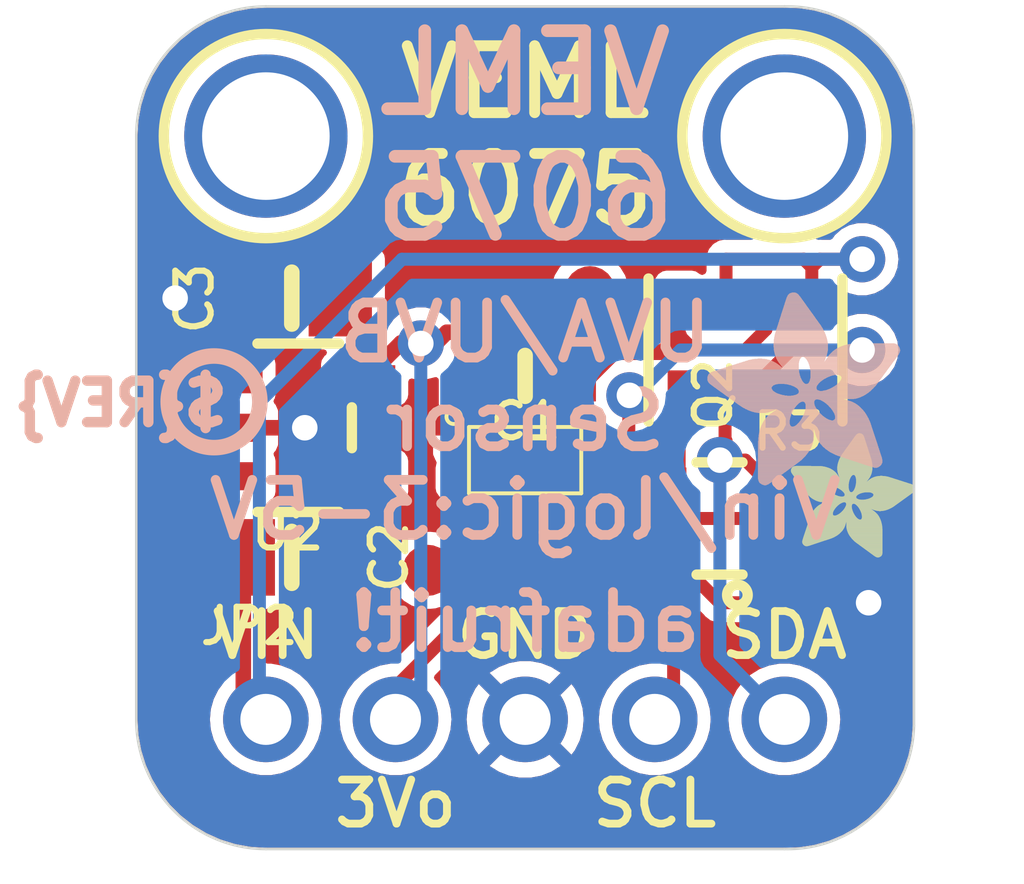
<source format=kicad_pcb>
(kicad_pcb (version 20221018) (generator pcbnew)
  (layers (0 "F.Cu" signal) (31 "B.Cu" signal) (34 "B.Paste" user) (35 "F.Paste" user) (36 "B.SilkS" user "B.Silkscreen") (37 "F.SilkS" user "F.Silkscreen") (38 "B.Mask" user) (39 "F.Mask" user) (44 "Edge.Cuts" user))
  (net 0 "")
  (net 1 "GND")
  (net 2 "SDA")
  (net 3 "SCL")
  (net 4 "VIN")
  (net 5 "SCL_3V")
  (net 6 "SDA_3V")
  (net 7 "3.3V")
  (footprint "working:SOT23-5" (layer "F.Cu") (at 144.0561 105.0036 -90)
    (fp_text reference "U2" (at 2.032 -0.562) (layer "F.SilkS") (effects (font (size 0.692831 0.692831) (thickness 0.119969)) (justify right)))
    (fp_text value "MIC5225-3.3")
    (pad "1" smd rect (at -0.95 1.3001 270) (size 0.55 1.2) (layers "F.Cu" "F.Paste" "F.Mask") (net 4 "VIN"))
    (pad "2" smd rect (at 0 1.3001 270) (size 0.55 1.2) (layers "F.Cu" "F.Paste" "F.Mask") (net 1 "GND"))
    (pad "3" smd rect (at 0.95 1.3001 270) (size 0.55 1.2) (layers "F.Cu" "F.Paste" "F.Mask") (net 4 "VIN"))
    (pad "4" smd rect (at 0.95 -1.3001 270) (size 0.55 1.2) (layers "F.Cu" "F.Paste" "F.Mask"))
    (pad "5" smd rect (at -0.95 -1.3001 270) (size 0.55 1.2) (layers "F.Cu" "F.Paste" "F.Mask") (net 7 "3.3V"))
  )
  (footprint "working:MOUNTINGHOLE_2.5_PLATED" (layer "F.Cu") (at 153.5811 99.2886)
    (fp_text reference "U$4" hide)
    (fp_text value "MOUNTINGHOLE2.5" hide)
    (pad "P$1" thru_hole circle (at 0 0) (size 3.2 3.2) (drill 2.5) (layers "*.Cu" "*.Mask"))
    (zone (net 0) (net_name "") (layer "F.Cu") (connect_pads (clearance 0)) (min_thickness 0.25)
      (keepout (tracks not_allowed) (vias not_allowed) (pads not_allowed) (copperpour not_allowed) (footprints allowed))
      (fill (thermal_gap 0.5) (thermal_bridge_width 0.5))
      (polygon (pts (xy 155.5971 99.2886) (xy 155.57748 99.008027) (xy 155.519004 98.732915) (xy 155.422808 98.468619) (xy 155.290765 98.220283) (xy 155.125446 97.99274) (xy 154.930067 97.79042) (xy 154.708433 97.61726) (xy 154.464856 97.476631) (xy 154.204078 97.37127) (xy 153.931175 97.303228) (xy 153.651457 97.273828) (xy 153.370371 97.283644) (xy 153.093385 97.332484) (xy 152.825893 97.419397) (xy 152.5731 97.542693) (xy 152.339926 97.69997) (xy 152.130911 97.888169) (xy 151.950122 98.103625) (xy 151.801078 98.342145) (xy 151.68668 98.599087) (xy 151.609154 98.86945) (xy 151.570011 99.147971) (xy 151.570011 99.429229) (xy 151.609154 99.70775) (xy 151.68668 99.978113) (xy 151.801078 100.235055) (xy 151.950122 100.473575) (xy 152.130911 100.689031) (xy 152.339926 100.87723) (xy 152.5731 101.034507) (xy 152.825893 101.157803) (xy 153.093385 101.244716) (xy 153.370371 101.293556) (xy 153.651457 101.303372) (xy 153.931175 101.273972) (xy 154.204078 101.20593) (xy 154.464856 101.100569) (xy 154.708433 100.95994) (xy 154.930067 100.78678) (xy 155.125446 100.58446) (xy 155.290765 100.356917) (xy 155.422808 100.108581) (xy 155.519004 99.844285) (xy 155.57748 99.569173)))
      (polygon (pts (xy 153.5651 99.2886) (xy 153.569786 99.299914) (xy 153.5811 99.3046) (xy 153.592414 99.299914) (xy 153.5971 99.2886) (xy 153.592414 99.277286) (xy 153.5811 99.2726) (xy 153.569786 99.277286)))
    )
    (zone (net 0) (net_name "") (layer "B.Cu") (connect_pads (clearance 0)) (min_thickness 0.25)
      (keepout (tracks not_allowed) (vias not_allowed) (pads not_allowed) (copperpour not_allowed) (footprints allowed))
      (fill (thermal_gap 0.5) (thermal_bridge_width 0.5))
      (polygon (pts (xy 155.5971 99.2886) (xy 155.57748 99.008027) (xy 155.519004 98.732915) (xy 155.422808 98.468619) (xy 155.290765 98.220283) (xy 155.125446 97.99274) (xy 154.930067 97.79042) (xy 154.708433 97.61726) (xy 154.464856 97.476631) (xy 154.204078 97.37127) (xy 153.931175 97.303228) (xy 153.651457 97.273828) (xy 153.370371 97.283644) (xy 153.093385 97.332484) (xy 152.825893 97.419397) (xy 152.5731 97.542693) (xy 152.339926 97.69997) (xy 152.130911 97.888169) (xy 151.950122 98.103625) (xy 151.801078 98.342145) (xy 151.68668 98.599087) (xy 151.609154 98.86945) (xy 151.570011 99.147971) (xy 151.570011 99.429229) (xy 151.609154 99.70775) (xy 151.68668 99.978113) (xy 151.801078 100.235055) (xy 151.950122 100.473575) (xy 152.130911 100.689031) (xy 152.339926 100.87723) (xy 152.5731 101.034507) (xy 152.825893 101.157803) (xy 153.093385 101.244716) (xy 153.370371 101.293556) (xy 153.651457 101.303372) (xy 153.931175 101.273972) (xy 154.204078 101.20593) (xy 154.464856 101.100569) (xy 154.708433 100.95994) (xy 154.930067 100.78678) (xy 155.125446 100.58446) (xy 155.290765 100.356917) (xy 155.422808 100.108581) (xy 155.519004 99.844285) (xy 155.57748 99.569173)))
      (polygon (pts (xy 153.5651 99.2886) (xy 153.569786 99.299914) (xy 153.5811 99.3046) (xy 153.592414 99.299914) (xy 153.5971 99.2886) (xy 153.592414 99.277286) (xy 153.5811 99.2726) (xy 153.569786 99.277286)))
    )
  )
  (footprint "working:FIDUCIAL_1MM" (layer "F.Cu") (at 146.5961 107.7976)
    (fp_text reference "FID2" hide)
    (fp_text value "FIDUCIAL_1MM" hide)
    (pad "1" smd roundrect (at 0 0) (size 1 1) (layers "F.Cu" "F.Mask") (roundrect_rratio 0.5))
  )
  (footprint "working:VEML6075" (layer "F.Cu") (at 148.5011 105.6386)
    (fp_text reference "U$12" hide)
    (fp_text value "VEML6075" hide)
    (pad "1" smd rect (at -1 -0.35) (size 1 0.35) (layers "F.Cu" "F.Paste" "F.Mask") (net 1 "GND"))
    (pad "2" smd rect (at -1 0.35) (size 1 0.35) (layers "F.Cu" "F.Paste" "F.Mask") (net 6 "SDA_3V"))
    (pad "3" smd rect (at 1 0.35) (size 1 0.35) (layers "F.Cu" "F.Paste" "F.Mask") (net 5 "SCL_3V"))
    (pad "4" smd rect (at 1 -0.35) (size 1 0.35) (layers "F.Cu" "F.Paste" "F.Mask") (net 7 "3.3V"))
  )
  (footprint "working:0805-NO" (layer "F.Cu") (at 143.9291 107.5436)
    (fp_text reference "C2" (at 1.905 -0.762 90) (layer "F.SilkS") (effects (font (size 0.692831 0.692831) (thickness 0.119969)) (justify right)))
    (fp_text value "10uF")
    (pad "1" smd rect (at -0.95 0) (size 1.24 1.5) (layers "F.Cu" "F.Paste" "F.Mask") (net 4 "VIN"))
    (pad "2" smd rect (at 0.95 0) (size 1.24 1.5) (layers "F.Cu" "F.Paste" "F.Mask") (net 1 "GND"))
  )
  (footprint "working:SOT363" (layer "F.Cu") (at 152.3111 106.7816 90)
    (fp_text reference "Q2" (at 1.651 -0.127 90) (layer "F.SilkS") (effects (font (size 0.692831 0.692831) (thickness 0.119969)) (justify left)))
    (fp_text value "2N7002D")
    (pad "1" smd rect (at -0.75 0.9 90) (size 0.5 0.5) (layers "F.Cu" "F.Paste" "F.Mask") (net 5 "SCL_3V"))
    (pad "2" smd rect (at 0 0.9 90) (size 0.4 0.5) (layers "F.Cu" "F.Paste" "F.Mask") (net 7 "3.3V"))
    (pad "3" smd rect (at 0.75 0.9 90) (size 0.5 0.5) (layers "F.Cu" "F.Paste" "F.Mask") (net 2 "SDA"))
    (pad "4" smd rect (at 0.75 -0.9 90) (size 0.5 0.5) (layers "F.Cu" "F.Paste" "F.Mask") (net 6 "SDA_3V"))
    (pad "5" smd rect (at 0 -0.9 90) (size 0.4 0.5) (layers "F.Cu" "F.Paste" "F.Mask") (net 7 "3.3V"))
    (pad "6" smd rect (at -0.75 -0.9 90) (size 0.5 0.5) (layers "F.Cu" "F.Paste" "F.Mask") (net 3 "SCL"))
  )
  (footprint "working:MOUNTINGHOLE_2.5_PLATED" (layer "F.Cu") (at 143.4211 99.2886)
    (fp_text reference "U$3" hide)
    (fp_text value "MOUNTINGHOLE2.5" hide)
    (pad "P$1" thru_hole circle (at 0 0) (size 3.2 3.2) (drill 2.5) (layers "*.Cu" "*.Mask"))
    (zone (net 0) (net_name "") (layer "F.Cu") (connect_pads (clearance 0)) (min_thickness 0.25)
      (keepout (tracks not_allowed) (vias not_allowed) (pads not_allowed) (copperpour not_allowed) (footprints allowed))
      (fill (thermal_gap 0.5) (thermal_bridge_width 0.5))
      (polygon (pts (xy 145.4371 99.2886) (xy 145.41748 99.008027) (xy 145.359004 98.732915) (xy 145.262808 98.468619) (xy 145.130765 98.220283) (xy 144.965446 97.99274) (xy 144.770067 97.79042) (xy 144.548433 97.61726) (xy 144.304856 97.476631) (xy 144.044078 97.37127) (xy 143.771175 97.303228) (xy 143.491457 97.273828) (xy 143.210371 97.283644) (xy 142.933385 97.332484) (xy 142.665893 97.419397) (xy 142.4131 97.542693) (xy 142.179926 97.69997) (xy 141.970911 97.888169) (xy 141.790122 98.103625) (xy 141.641078 98.342145) (xy 141.52668 98.599087) (xy 141.449154 98.86945) (xy 141.410011 99.147971) (xy 141.410011 99.429229) (xy 141.449154 99.70775) (xy 141.52668 99.978113) (xy 141.641078 100.235055) (xy 141.790122 100.473575) (xy 141.970911 100.689031) (xy 142.179926 100.87723) (xy 142.4131 101.034507) (xy 142.665893 101.157803) (xy 142.933385 101.244716) (xy 143.210371 101.293556) (xy 143.491457 101.303372) (xy 143.771175 101.273972) (xy 144.044078 101.20593) (xy 144.304856 101.100569) (xy 144.548433 100.95994) (xy 144.770067 100.78678) (xy 144.965446 100.58446) (xy 145.130765 100.356917) (xy 145.262808 100.108581) (xy 145.359004 99.844285) (xy 145.41748 99.569173)))
      (polygon (pts (xy 143.4051 99.2886) (xy 143.409786 99.299914) (xy 143.4211 99.3046) (xy 143.432414 99.299914) (xy 143.4371 99.2886) (xy 143.432414 99.277286) (xy 143.4211 99.2726) (xy 143.409786 99.277286)))
    )
    (zone (net 0) (net_name "") (layer "B.Cu") (connect_pads (clearance 0)) (min_thickness 0.25)
      (keepout (tracks not_allowed) (vias not_allowed) (pads not_allowed) (copperpour not_allowed) (footprints allowed))
      (fill (thermal_gap 0.5) (thermal_bridge_width 0.5))
      (polygon (pts (xy 145.4371 99.2886) (xy 145.41748 99.008027) (xy 145.359004 98.732915) (xy 145.262808 98.468619) (xy 145.130765 98.220283) (xy 144.965446 97.99274) (xy 144.770067 97.79042) (xy 144.548433 97.61726) (xy 144.304856 97.476631) (xy 144.044078 97.37127) (xy 143.771175 97.303228) (xy 143.491457 97.273828) (xy 143.210371 97.283644) (xy 142.933385 97.332484) (xy 142.665893 97.419397) (xy 142.4131 97.542693) (xy 142.179926 97.69997) (xy 141.970911 97.888169) (xy 141.790122 98.103625) (xy 141.641078 98.342145) (xy 141.52668 98.599087) (xy 141.449154 98.86945) (xy 141.410011 99.147971) (xy 141.410011 99.429229) (xy 141.449154 99.70775) (xy 141.52668 99.978113) (xy 141.641078 100.235055) (xy 141.790122 100.473575) (xy 141.970911 100.689031) (xy 142.179926 100.87723) (xy 142.4131 101.034507) (xy 142.665893 101.157803) (xy 142.933385 101.244716) (xy 143.210371 101.293556) (xy 143.491457 101.303372) (xy 143.771175 101.273972) (xy 144.044078 101.20593) (xy 144.304856 101.100569) (xy 144.548433 100.95994) (xy 144.770067 100.78678) (xy 144.965446 100.58446) (xy 145.130765 100.356917) (xy 145.262808 100.108581) (xy 145.359004 99.844285) (xy 145.41748 99.569173)))
      (polygon (pts (xy 143.4051 99.2886) (xy 143.409786 99.299914) (xy 143.4211 99.3046) (xy 143.432414 99.299914) (xy 143.4371 99.2886) (xy 143.432414 99.277286) (xy 143.4211 99.2726) (xy 143.409786 99.277286)))
    )
  )
  (footprint "working:1X05_ROUND" (layer "F.Cu") (at 148.5011 110.7186)
    (fp_text reference "JP2" (at -6.4262 -1.8288) (layer "F.SilkS") (effects (font (size 0.692831 0.692831) (thickness 0.119969)) (justify left)))
    (fp_text value "")
    (pad "1" thru_hole circle (at -5.08 0 90) (size 1.6764 1.6764) (drill 1) (layers "*.Cu" "*.Mask") (net 4 "VIN"))
    (pad "2" thru_hole circle (at -2.54 0 90) (size 1.6764 1.6764) (drill 1) (layers "*.Cu" "*.Mask") (net 7 "3.3V"))
    (pad "3" thru_hole circle (at 0 0 90) (size 1.6764 1.6764) (drill 1) (layers "*.Cu" "*.Mask") (net 1 "GND"))
    (pad "4" thru_hole circle (at 2.54 0 90) (size 1.6764 1.6764) (drill 1) (layers "*.Cu" "*.Mask") (net 3 "SCL"))
    (pad "5" thru_hole circle (at 5.08 0 90) (size 1.6764 1.6764) (drill 1) (layers "*.Cu" "*.Mask") (net 2 "SDA"))
  )
  (footprint "working:0805-NO" (layer "F.Cu") (at 143.9291 102.4636 180)
    (fp_text reference "C3" (at 1.905 -0.762 90) (layer "F.SilkS") (effects (font (size 0.692831 0.692831) (thickness 0.119969)) (justify left)))
    (fp_text value "10uF")
    (pad "1" smd rect (at -0.95 0 180) (size 1.24 1.5) (layers "F.Cu" "F.Paste" "F.Mask") (net 7 "3.3V"))
    (pad "2" smd rect (at 0.95 0 180) (size 1.24 1.5) (layers "F.Cu" "F.Paste" "F.Mask") (net 1 "GND"))
  )
  (footprint "working:FIDUCIAL_1MM" (layer "F.Cu") (at 149.7711 102.3366)
    (fp_text reference "FID1" hide)
    (fp_text value "FIDUCIAL_1MM" hide)
    (pad "1" smd roundrect (at 0 0) (size 1 1) (layers "F.Cu" "F.Mask") (roundrect_rratio 0.5))
  )
  (footprint "working:RESPACK_4X0603" (layer "F.Cu") (at 152.8191 103.4796 180)
    (fp_text reference "R3" (at -1.6 -1.6) (layer "F.SilkS") (effects (font (size 0.692831 0.692831) (thickness 0.119969)) (justify right)))
    (fp_text value "10K")
    (pad "1" smd rect (at -1.3 0.85 180) (size 0.45 0.9) (layers "F.Cu" "F.Paste" "F.Mask") (net 4 "VIN"))
    (pad "2" smd rect (at -0.4 0.85 180) (size 0.45 0.9) (layers "F.Cu" "F.Paste" "F.Mask") (net 7 "3.3V"))
    (pad "3" smd rect (at 0.4 0.85 180) (size 0.45 0.9) (layers "F.Cu" "F.Paste" "F.Mask") (net 4 "VIN"))
    (pad "4" smd rect (at 1.3 0.85 180) (size 0.45 0.9) (layers "F.Cu" "F.Paste" "F.Mask") (net 7 "3.3V"))
    (pad "5" smd rect (at 1.3 -0.85 180) (size 0.45 0.9) (layers "F.Cu" "F.Paste" "F.Mask") (net 6 "SDA_3V"))
    (pad "6" smd rect (at 0.4 -0.85 180) (size 0.45 0.9) (layers "F.Cu" "F.Paste" "F.Mask") (net 2 "SDA"))
    (pad "7" smd rect (at -0.4 -0.85 180) (size 0.45 0.9) (layers "F.Cu" "F.Paste" "F.Mask") (net 5 "SCL_3V"))
    (pad "8" smd rect (at -1.3 -0.85 180) (size 0.45 0.9) (layers "F.Cu" "F.Paste" "F.Mask") (net 3 "SCL"))
  )
  (footprint "working:ADAFRUIT_2.5MM" (layer "F.Cu") (at 153.7081 107.5436)
    (fp_text reference "U$8" hide)
    (fp_text value "" hide)
  )
  (footprint "working:0603-NO" (layer "F.Cu") (at 148.5011 103.9876 180)
    (fp_text reference "C1" (at -0.762 -0.889) (layer "F.SilkS") (effects (font (size 0.692831 0.692831) (thickness 0.119969)) (justify right)))
    (fp_text value "0.1uF")
    (pad "1" smd rect (at -0.85 0 180) (size 1.075 1) (layers "F.Cu" "F.Paste" "F.Mask") (net 7 "3.3V"))
    (pad "2" smd rect (at 0.85 0 180) (size 1.075 1) (layers "F.Cu" "F.Paste" "F.Mask") (net 1 "GND"))
  )
  (footprint "working:ADAFRUIT_3.5MM" (layer "B.Cu") (at 155.8671 106.1466 180)
    (fp_text reference "U$1" hide)
    (fp_text value "" hide)
  )
  (footprint "working:PCBFEAT-REV-040" (layer "B.Cu") (at 142.4051 104.4956 180)
    (fp_text reference "U$27" hide)
    (fp_text value "" hide)
    (fp_text user "${REV}" (at -0.3556 -0.508) (layer "B.SilkS") (effects (font (size 0.8128 0.8128) (thickness 0.2032)) (justify left bottom mirror)))
  )
  (gr_arc (start 143.4211 113.2586) (mid 141.625049 112.514651) (end 140.8811 110.7186) (stroke (width 0.05)) (layer "Edge.Cuts"))
  (gr_arc (start 153.5811 96.7486) (mid 155.350849 97.429049) (end 156.1211 99.1616) (stroke (width 0.05)) (layer "Edge.Cuts"))
  (gr_line (start 153.5811 113.2586) (end 143.4211 113.2586) (stroke (width 0.05)) (layer "Edge.Cuts"))
  (gr_line (start 143.4211 96.7486) (end 153.5811 96.7486) (stroke (width 0.05)) (layer "Edge.Cuts"))
  (gr_line (start 156.1211 99.1616) (end 156.1211 110.8456) (stroke (width 0.05)) (layer "Edge.Cuts"))
  (gr_arc (start 140.8811 99.2886) (mid 141.625049 97.492549) (end 143.4211 96.7486) (stroke (width 0.05)) (layer "Edge.Cuts"))
  (gr_arc (start 156.1211 110.8456) (mid 155.350849 112.578151) (end 153.5811 113.2586) (stroke (width 0.05)) (layer "Edge.Cuts"))
  (gr_line (start 140.8811 110.7186) (end 140.8811 99.2886) (stroke (width 0.05)) (layer "Edge.Cuts"))
  (gr_text "UVA/UVB\nSensor\nVin/logic:3-5V" (at 148.5011 104.8766) (layer "B.SilkS") (effects (font (size 1.0795 1.0795) (thickness 0.1905)) (justify mirror)))
  (gr_text "VEML\n6075" (at 148.5011 99.2886) (layer "B.SilkS") (effects (font (size 1.52908 1.52908) (thickness 0.24892)) (justify mirror)))
  (gr_text "adafruit!" (at 148.5011 108.8136) (layer "B.SilkS") (effects (font (size 1.0795 1.0795) (thickness 0.1905)) (justify mirror)))
  (gr_text "VEML\n6075" (at 148.5011 99.2886) (layer "F.SilkS") (effects (font (size 1.31064 1.31064) (thickness 0.21336))))
  (gr_text "GND" (at 148.5011 109.0676) (layer "F.SilkS") (effects (font (size 0.8636 0.8636) (thickness 0.1524))))
  (gr_text "VIN" (at 143.4211 109.0676) (layer "F.SilkS") (effects (font (size 0.8636 0.8636) (thickness 0.1524))))
  (gr_text "3Vo" (at 145.9611 112.3696) (layer "F.SilkS") (effects (font (size 0.8636 0.8636) (thickness 0.1524))))
  (gr_text "SCL" (at 151.0411 112.3696) (layer "F.SilkS") (effects (font (size 0.8636 0.8636) (thickness 0.1524))))
  (gr_text "SDA" (at 153.5811 109.0676) (layer "F.SilkS") (effects (font (size 0.8636 0.8636) (thickness 0.1524))))
  (segment (start 147.5011 105.2886) (end 147.2161 105.0036) (width 0.3048) (layer "F.Cu") (net 1))
  (segment (start 142.756 105.0036) (end 144.0561 105.0036) (width 0.3048) (layer "F.Cu") (net 1))
  (segment (start 142.9791 102.6566) (end 142.9791 102.4636) (width 0.3048) (layer "F.Cu") (net 1))
  (segment (start 144.8791 107.5436) (end 144.8791 107.0966) (width 0.3048) (layer "F.Cu") (net 1))
  (segment (start 144.0561 103.7336) (end 142.9791 102.6566) (width 0.3048) (layer "F.Cu") (net 1))
  (segment (start 144.0561 104.4956) (end 144.0561 103.7336) (width 0.3048) (layer "F.Cu") (net 1))
  (segment (start 147.5011 104.1376) (end 147.6511 103.9876) (width 0.3048) (layer "F.Cu") (net 1))
  (segment (start 144.0561 105.0036) (end 144.0561 104.4956) (width 0.3048) (layer "F.Cu") (net 1))
  (segment (start 147.2161 105.0036) (end 144.0561 105.0036) (width 0.3048) (layer "F.Cu") (net 1))
  (segment (start 147.5011 105.2886) (end 147.5011 104.1376) (width 0.3048) (layer "F.Cu") (net 1))
  (segment (start 144.0561 106.2736) (end 144.0561 105.0036) (width 0.3048) (layer "F.Cu") (net 1))
  (segment (start 144.8791 107.0966) (end 144.0561 106.2736) (width 0.3048) (layer "F.Cu") (net 1))
  (via (at 144.1831 105.0036) (size 0.9064) (drill 0.5) (layers "F.Cu" "B.Cu") (net 1))
  (via (at 141.6431 102.4636) (size 0.9064) (drill 0.5) (layers "F.Cu" "B.Cu") (net 1))
  (via (at 155.2321 108.4326) (size 0.9064) (drill 0.5) (layers "F.Cu" "B.Cu") (net 1))
  (segment (start 152.4191 105.2396) (end 152.4376 105.2581) (width 0.254) (layer "F.Cu") (net 2))
  (segment (start 152.8181 105.6386) (end 152.3175 105.6386) (width 0.254) (layer "F.Cu") (net 2))
  (segment (start 152.4376 105.2581) (end 152.4376 105.5185) (width 0.254) (layer "F.Cu") (net 2))
  (segment (start 152.4191 104.3296) (end 152.4191 105.2396) (width 0.254) (layer "F.Cu") (net 2))
  (segment (start 152.4376 105.5185) (end 152.3175 105.6386) (width 0.254) (layer "F.Cu") (net 2))
  (segment (start 153.2111 106.0316) (end 152.8181 105.6386) (width 0.254) (layer "F.Cu") (net 2))
  (via (at 152.3175 105.6386) (size 0.9064) (drill 0.5) (layers "F.Cu" "B.Cu") (net 2))
  (segment (start 152.3175 109.455) (end 153.5811 110.7186) (width 0.254) (layer "B.Cu") (net 2))
  (segment (start 152.3175 105.6386) (end 152.3175 109.455) (width 0.254) (layer "B.Cu") (net 2))
  (segment (start 154.2923 105.322219) (end 154.1191 105.149019) (width 0.254) (layer "F.Cu") (net 3))
  (segment (start 151.4111 107.5316) (end 152.3121 108.4326) (width 0.254) (layer "F.Cu") (net 3))
  (segment (start 154.1191 105.149019) (end 154.1191 104.3296) (width 0.254) (layer "F.Cu") (net 3))
  (segment (start 153.9621 108.4326) (end 154.2923 108.1024) (width 0.254) (layer "F.Cu") (net 3))
  (segment (start 152.3121 108.4326) (end 153.9621 108.4326) (width 0.254) (layer "F.Cu") (net 3))
  (segment (start 151.4111 110.3486) (end 151.4111 107.5316) (width 0.254) (layer "F.Cu") (net 3))
  (segment (start 154.2923 108.1024) (end 154.2923 105.322219) (width 0.254) (layer "F.Cu") (net 3))
  (segment (start 151.0411 110.7186) (end 151.4111 110.3486) (width 0.254) (layer "F.Cu") (net 3))
  (segment (start 155.1051 101.7016) (end 154.2761 101.7016) (width 0.254) (layer "F.Cu") (net 4))
  (segment (start 142.9791 110.2766) (end 142.9791 107.5436) (width 0.3048) (layer "F.Cu") (net 4))
  (segment (start 141.8311 104.053604) (end 141.831103 104.0536) (width 0.3048) (layer "F.Cu") (net 4))
  (segment (start 154.1191 101.8586) (end 154.1191 101.858607) (width 0.254) (layer "F.Cu") (net 4))
  (segment (start 154.1191 101.858607) (end 154.1191 101.858607) (width 0.254) (layer "F.Cu") (net 4))
  (segment (start 154.1191 102.629594) (end 154.1191 101.858607) (width 0.254) (layer "F.Cu") (net 4))
  (segment (start 152.4191 102.6296) (end 152.4381 102.6106) (width 0.254) (layer "F.Cu") (net 4))
  (segment (start 154.2761 101.7016) (end 154.1191 101.8586) (width 0.254) (layer "F.Cu") (net 4))
  (segment (start 141.831103 104.0536) (end 142.756 104.0536) (width 0.3048) (layer "F.Cu") (net 4))
  (segment (start 153.9621 101.7016) (end 152.4381 101.7016) (width 0.254) (layer "F.Cu") (net 4))
  (segment (start 152.4381 102.6106) (end 152.4381 101.7016) (width 0.254) (layer "F.Cu") (net 4))
  (segment (start 141.6431 105.6386) (end 141.6431 104.241607) (width 0.3048) (layer "F.Cu") (net 4))
  (segment (start 141.9581 105.9536) (end 141.6431 105.6386) (width 0.3048) (layer "F.Cu") (net 4))
  (segment (start 142.756 107.3205) (end 142.756 105.9536) (width 0.3048) (layer "F.Cu") (net 4))
  (segment (start 142.756 105.9536) (end 141.9581 105.9536) (width 0.3048) (layer "F.Cu") (net 4))
  (segment (start 143.4211 110.7186) (end 142.9791 110.2766) (width 0.3048) (layer "F.Cu") (net 4))
  (segment (start 154.1191 101.858607) (end 153.9621 101.701607) (width 0.254) (layer "F.Cu") (net 4))
  (segment (start 142.9791 107.5436) (end 142.756 107.3205) (width 0.3048) (layer "F.Cu") (net 4))
  (segment (start 141.6431 104.241607) (end 141.8311 104.053604) (width 0.3048) (layer "F.Cu") (net 4))
  (segment (start 153.9621 101.701607) (end 153.9621 101.7016) (width 0.254) (layer "F.Cu") (net 4))
  (via (at 155.1051 101.7016) (size 0.9064) (drill 0.5) (layers "F.Cu" "B.Cu") (net 4))
  (segment (start 143.294103 110.591604) (end 143.4211 110.7186) (width 0.254) (layer "B.Cu") (net 4))
  (segment (start 146.0881 101.7016) (end 155.1051 101.7016) (width 0.254) (layer "B.Cu") (net 4))
  (segment (start 143.294103 104.495597) (end 143.294103 110.591604) (width 0.254) (layer "B.Cu") (net 4))
  (segment (start 143.2941 110.5916) (end 143.4211 110.7186) (width 0.254) (layer "B.Cu") (net 4))
  (segment (start 146.0881 101.7016) (end 143.294103 104.495597) (width 0.254) (layer "B.Cu") (net 4))
  (segment (start 153.8351 107.2896) (end 153.5931 107.5316) (width 0.254) (layer "F.Cu") (net 5))
  (segment (start 150.545 104.3686) (end 150.5331 104.3805) (width 0.254) (layer "F.Cu") (net 5))
  (segment (start 153.2191 103.9686) (end 153.7081 103.4796) (width 0.254) (layer "F.Cu") (net 5))
  (segment (start 150.1521 106.0196) (end 150.1211 105.9886) (width 0.254) (layer "F.Cu") (net 5))
  (segment (start 153.2191 104.8956) (end 153.8351 105.5116) (width 0.254) (layer "F.Cu") (net 5))
  (segment (start 153.5931 107.5316) (end 153.2111 107.5316) (width 0.254) (layer "F.Cu") (net 5))
  (segment (start 153.7081 103.4796) (end 155.105096 103.4796) (width 0.254) (layer "F.Cu") (net 5))
  (segment (start 153.2191 104.3296) (end 153.2191 104.8956) (width 0.254) (layer "F.Cu") (net 5))
  (segment (start 153.8351 105.5116) (end 153.8351 107.2896) (width 0.254) (layer "F.Cu") (net 5))
  (segment (start 150.5331 105.6386) (end 150.1521 106.0196) (width 0.254) (layer "F.Cu") (net 5))
  (segment (start 150.5331 104.3805) (end 150.5331 105.6386) (width 0.254) (layer "F.Cu") (net 5))
  (segment (start 150.1211 105.9886) (end 149.5011 105.9886) (width 0.254) (layer "F.Cu") (net 5))
  (segment (start 153.2191 104.3296) (end 153.2191 103.9686) (width 0.254) (layer "F.Cu") (net 5))
  (via (at 155.1051 103.4796) (size 0.9064) (drill 0.5) (layers "F.Cu" "B.Cu") (net 5))
  (via (at 150.545 104.3686) (size 0.9064) (drill 0.5) (layers "F.Cu" "B.Cu") (net 5))
  (segment (start 151.5491 103.4796) (end 150.6601 104.3686) (width 0.254) (layer "B.Cu") (net 5))
  (segment (start 155.1051 103.4796) (end 151.5491 103.4796) (width 0.254) (layer "B.Cu") (net 5))
  (segment (start 150.6601 104.3686) (end 150.545 104.3686) (width 0.254) (layer "B.Cu") (net 5))
  (segment (start 151.5191 104.3296) (end 151.5191 105.9236) (width 0.254) (layer "F.Cu") (net 6))
  (segment (start 150.9021 106.0316) (end 151.4111 106.0316) (width 0.254) (layer "F.Cu") (net 6))
  (segment (start 149.5171 107.4166) (end 150.9021 106.0316) (width 0.254) (layer "F.Cu") (net 6))
  (segment (start 148.120103 107.4166) (end 149.5171 107.4166) (width 0.254) (layer "F.Cu") (net 6))
  (segment (start 147.5011 105.9886) (end 147.5011 106.7976) (width 0.254) (layer "F.Cu") (net 6))
  (segment (start 151.5191 105.9236) (end 151.4111 106.0316) (width 0.254) (layer "F.Cu") (net 6))
  (segment (start 147.5011 106.7976) (end 148.120103 107.4166) (width 0.254) (layer "F.Cu") (net 6))
  (segment (start 149.782181 103.9876) (end 150.245781 103.524) (width 0.3048) (layer "F.Cu") (net 7))
  (segment (start 149.5011 104.1376) (end 149.3511 103.9876) (width 0.3048) (layer "F.Cu") (net 7))
  (segment (start 146.745706 103.3526) (end 146.966306 103.132) (width 0.3048) (layer "F.Cu") (net 7))
  (segment (start 153.2191 102.6296) (end 153.2191 103.0796) (width 0.254) (layer "F.Cu") (net 7))
  (segment (start 153.2191 103.0796) (end 152.8191 103.4796) (width 0.254) (layer "F.Cu") (net 7))
  (segment (start 151.1907 103.524) (end 151.5191 103.1956) (width 0.3048) (layer "F.Cu") (net 7))
  (segment (start 149.5011 105.2886) (end 149.5011 104.1376) (width 0.3048) (layer "F.Cu") (net 7))
  (segment (start 151.4111 106.7816) (end 153.2111 106.7816) (width 0.254) (layer "F.Cu") (net 7))
  (segment (start 146.0691 103.3407) (end 146.4691 103.3407) (width 0.3048) (layer "F.Cu") (net 7))
  (segment (start 145.3562 104.0536) (end 145.3562 102.9407) (width 0.3048) (layer "F.Cu") (net 7))
  (segment (start 145.3562 104.0536) (end 146.0691 103.3407) (width 0.3048) (layer "F.Cu") (net 7))
  (segment (start 145.3562 102.9407) (end 144.8791 102.4636) (width 0.3048) (layer "F.Cu") (net 7))
  (segment (start 145.9611 110.0836) (end 145.9611 110.7186) (width 0.254) (layer "F.Cu") (net 7))
  (segment (start 151.4111 106.7816) (end 151.0411 106.7816) (width 0.254) (layer "F.Cu") (net 7))
  (segment (start 151.8031 103.4796) (end 151.5191 103.1956) (width 0.254) (layer "F.Cu") (net 7))
  (segment (start 149.5171 108.3056) (end 147.7391 108.3056) (width 0.254) (layer "F.Cu") (net 7))
  (segment (start 146.966306 103.132) (end 148.4955 103.132) (width 0.3048) (layer "F.Cu") (net 7))
  (segment (start 147.7391 108.3056) (end 145.9611 110.0836) (width 0.254) (layer "F.Cu") (net 7))
  (segment (start 151.0411 106.7816) (end 149.5171 108.3056) (width 0.254) (layer "F.Cu") (net 7))
  (segment (start 148.4955 103.132) (end 149.3511 103.9876) (width 0.3048) (layer "F.Cu") (net 7))
  (segment (start 146.4691 103.3407) (end 146.4572 103.3526) (width 0.254) (layer "F.Cu") (net 7))
  (segment (start 150.245781 103.524) (end 151.1907 103.524) (width 0.3048) (layer "F.Cu") (net 7))
  (segment (start 146.4572 103.3526) (end 146.745706 103.3526) (width 0.3048) (layer "F.Cu") (net 7))
  (segment (start 151.5191 103.1956) (end 151.5191 102.6296) (width 0.254) (layer "F.Cu") (net 7))
  (segment (start 149.3511 103.9876) (end 149.782181 103.9876) (width 0.3048) (layer "F.Cu") (net 7))
  (segment (start 152.8191 103.4796) (end 151.8031 103.4796) (width 0.254) (layer "F.Cu") (net 7))
  (via (at 146.4572 103.3526) (size 0.9064) (drill 0.5) (layers "F.Cu" "B.Cu") (net 7))
  (segment (start 146.4572 110.2225) (end 145.9611 110.7186) (width 0.254) (layer "B.Cu") (net 7))
  (segment (start 146.4572 103.3526) (end 146.4572 110.2225) (width 0.254) (layer "B.Cu") (net 7))
  (zone (net 1) (net_name "GND") (layer "F.Cu") (priority 6) (connect_pads (clearance 0.254)) (min_thickness 0.127) (fill yes (thermal_gap 0.304) (thermal_bridge_width 0.304))
    (polygon (pts (xy 156.2481 113.3856) (xy 140.7541 113.3856) (xy 140.7541 96.6216) (xy 156.2481 96.6216)))
  )
  (zone (net 1) (net_name "GND") (layer "B.Cu") (priority 6) (connect_pads (clearance 0.254)) (min_thickness 0.127) (fill yes (thermal_gap 0.304) (thermal_bridge_width 0.304))
    (polygon (pts (xy 156.2481 113.3856) (xy 140.7541 113.3856) (xy 140.7541 96.6216) (xy 156.2481 96.6216)))
  )
)
</source>
